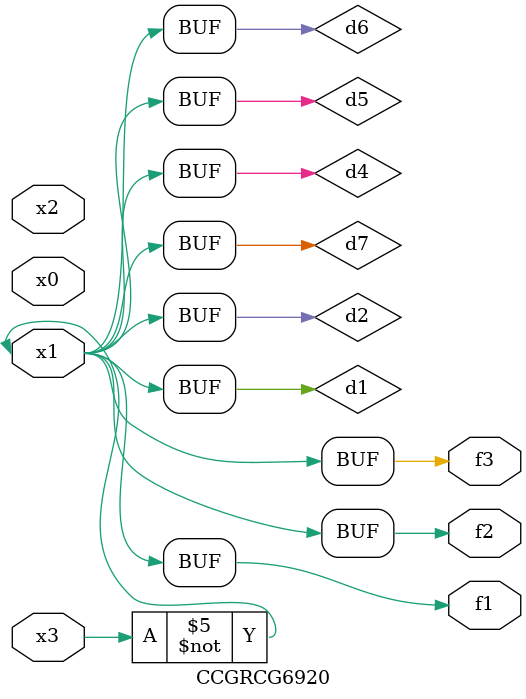
<source format=v>
module CCGRCG6920(
	input x0, x1, x2, x3,
	output f1, f2, f3
);

	wire d1, d2, d3, d4, d5, d6, d7;

	not (d1, x3);
	buf (d2, x1);
	xnor (d3, d1, d2);
	nor (d4, d1);
	buf (d5, d1, d2);
	buf (d6, d4, d5);
	nand (d7, d4);
	assign f1 = d6;
	assign f2 = d7;
	assign f3 = d6;
endmodule

</source>
